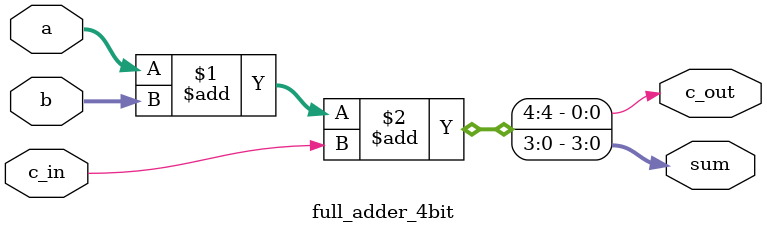
<source format=v>
/*Create a 4-bit full adder using only assign statement:
assign {c_out, sum} = a + b + c_in; */

module full_adder_4bit (
    input  wire [3:0] a,
    input  wire [3:0] b,
    input  wire       c_in,
    output wire [3:0] sum,
    output wire       c_out);

  
    assign {c_out, sum} = a + b + c_in;

endmodule
</source>
